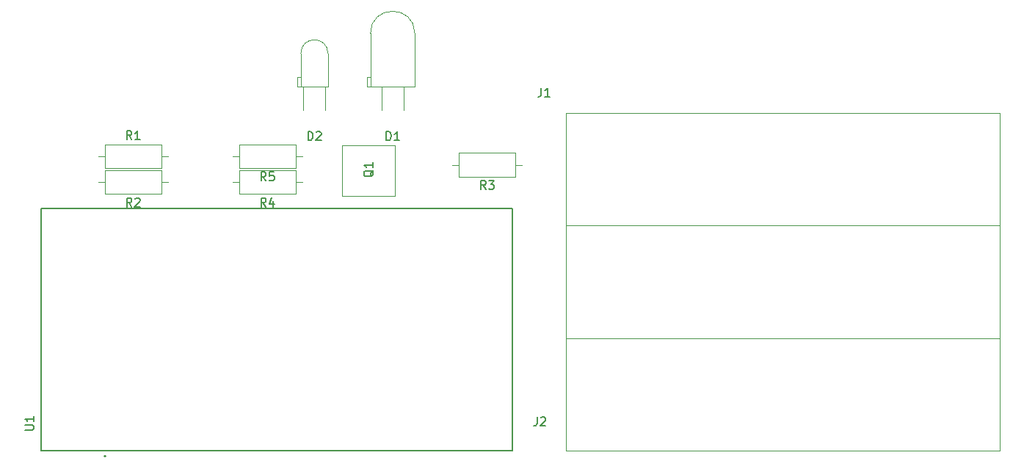
<source format=gbr>
%TF.GenerationSoftware,KiCad,Pcbnew,7.0.8*%
%TF.CreationDate,2024-04-25T10:28:09-06:00*%
%TF.ProjectId,ProtoBadge,50726f74-6f42-4616-9467-652e6b696361,rev?*%
%TF.SameCoordinates,Original*%
%TF.FileFunction,Legend,Top*%
%TF.FilePolarity,Positive*%
%FSLAX46Y46*%
G04 Gerber Fmt 4.6, Leading zero omitted, Abs format (unit mm)*
G04 Created by KiCad (PCBNEW 7.0.8) date 2024-04-25 10:28:09*
%MOMM*%
%LPD*%
G01*
G04 APERTURE LIST*
%ADD10C,0.100000*%
%ADD11C,0.150000*%
%ADD12C,0.120000*%
%ADD13C,0.127000*%
%ADD14C,0.200000*%
G04 APERTURE END LIST*
D10*
X107000000Y-93000000D02*
X157000000Y-93000000D01*
X157000000Y-106000000D01*
X107000000Y-106000000D01*
X107000000Y-93000000D01*
X107000000Y-106000000D02*
X157000000Y-106000000D01*
X157000000Y-119000000D01*
X107000000Y-119000000D01*
X107000000Y-106000000D01*
X107000000Y-119000000D02*
X157000000Y-119000000D01*
X157000000Y-132000000D01*
X107000000Y-132000000D01*
X107000000Y-119000000D01*
D11*
X103666666Y-128104819D02*
X103666666Y-128819104D01*
X103666666Y-128819104D02*
X103619047Y-128961961D01*
X103619047Y-128961961D02*
X103523809Y-129057200D01*
X103523809Y-129057200D02*
X103380952Y-129104819D01*
X103380952Y-129104819D02*
X103285714Y-129104819D01*
X104095238Y-128200057D02*
X104142857Y-128152438D01*
X104142857Y-128152438D02*
X104238095Y-128104819D01*
X104238095Y-128104819D02*
X104476190Y-128104819D01*
X104476190Y-128104819D02*
X104571428Y-128152438D01*
X104571428Y-128152438D02*
X104619047Y-128200057D01*
X104619047Y-128200057D02*
X104666666Y-128295295D01*
X104666666Y-128295295D02*
X104666666Y-128390533D01*
X104666666Y-128390533D02*
X104619047Y-128533390D01*
X104619047Y-128533390D02*
X104047619Y-129104819D01*
X104047619Y-129104819D02*
X104666666Y-129104819D01*
X104137185Y-90124510D02*
X104137185Y-90838795D01*
X104137185Y-90838795D02*
X104089566Y-90981652D01*
X104089566Y-90981652D02*
X103994328Y-91076891D01*
X103994328Y-91076891D02*
X103851471Y-91124510D01*
X103851471Y-91124510D02*
X103756233Y-91124510D01*
X105137185Y-91124510D02*
X104565757Y-91124510D01*
X104851471Y-91124510D02*
X104851471Y-90124510D01*
X104851471Y-90124510D02*
X104756233Y-90267367D01*
X104756233Y-90267367D02*
X104660995Y-90362605D01*
X104660995Y-90362605D02*
X104565757Y-90410224D01*
X86266905Y-96164819D02*
X86266905Y-95164819D01*
X86266905Y-95164819D02*
X86505000Y-95164819D01*
X86505000Y-95164819D02*
X86647857Y-95212438D01*
X86647857Y-95212438D02*
X86743095Y-95307676D01*
X86743095Y-95307676D02*
X86790714Y-95402914D01*
X86790714Y-95402914D02*
X86838333Y-95593390D01*
X86838333Y-95593390D02*
X86838333Y-95736247D01*
X86838333Y-95736247D02*
X86790714Y-95926723D01*
X86790714Y-95926723D02*
X86743095Y-96021961D01*
X86743095Y-96021961D02*
X86647857Y-96117200D01*
X86647857Y-96117200D02*
X86505000Y-96164819D01*
X86505000Y-96164819D02*
X86266905Y-96164819D01*
X87790714Y-96164819D02*
X87219286Y-96164819D01*
X87505000Y-96164819D02*
X87505000Y-95164819D01*
X87505000Y-95164819D02*
X87409762Y-95307676D01*
X87409762Y-95307676D02*
X87314524Y-95402914D01*
X87314524Y-95402914D02*
X87219286Y-95450533D01*
X84790359Y-99631930D02*
X84742740Y-99727168D01*
X84742740Y-99727168D02*
X84647502Y-99822406D01*
X84647502Y-99822406D02*
X84504644Y-99965263D01*
X84504644Y-99965263D02*
X84457025Y-100060501D01*
X84457025Y-100060501D02*
X84457025Y-100155739D01*
X84695121Y-100108120D02*
X84647502Y-100203358D01*
X84647502Y-100203358D02*
X84552263Y-100298596D01*
X84552263Y-100298596D02*
X84361787Y-100346215D01*
X84361787Y-100346215D02*
X84028454Y-100346215D01*
X84028454Y-100346215D02*
X83837978Y-100298596D01*
X83837978Y-100298596D02*
X83742740Y-100203358D01*
X83742740Y-100203358D02*
X83695121Y-100108120D01*
X83695121Y-100108120D02*
X83695121Y-99917644D01*
X83695121Y-99917644D02*
X83742740Y-99822406D01*
X83742740Y-99822406D02*
X83837978Y-99727168D01*
X83837978Y-99727168D02*
X84028454Y-99679549D01*
X84028454Y-99679549D02*
X84361787Y-99679549D01*
X84361787Y-99679549D02*
X84552263Y-99727168D01*
X84552263Y-99727168D02*
X84647502Y-99822406D01*
X84647502Y-99822406D02*
X84695121Y-99917644D01*
X84695121Y-99917644D02*
X84695121Y-100108120D01*
X84695121Y-98727168D02*
X84695121Y-99298596D01*
X84695121Y-99012882D02*
X83695121Y-99012882D01*
X83695121Y-99012882D02*
X83837978Y-99108120D01*
X83837978Y-99108120D02*
X83933216Y-99203358D01*
X83933216Y-99203358D02*
X83980835Y-99298596D01*
X44608567Y-129591373D02*
X45418403Y-129591373D01*
X45418403Y-129591373D02*
X45513678Y-129543736D01*
X45513678Y-129543736D02*
X45561316Y-129496099D01*
X45561316Y-129496099D02*
X45608953Y-129400824D01*
X45608953Y-129400824D02*
X45608953Y-129210274D01*
X45608953Y-129210274D02*
X45561316Y-129114999D01*
X45561316Y-129114999D02*
X45513678Y-129067362D01*
X45513678Y-129067362D02*
X45418403Y-129019724D01*
X45418403Y-129019724D02*
X44608567Y-129019724D01*
X45608953Y-128019339D02*
X45608953Y-128590988D01*
X45608953Y-128305163D02*
X44608567Y-128305163D01*
X44608567Y-128305163D02*
X44751479Y-128400438D01*
X44751479Y-128400438D02*
X44846754Y-128495713D01*
X44846754Y-128495713D02*
X44894392Y-128590988D01*
X72395728Y-100836154D02*
X72062395Y-100359963D01*
X71824300Y-100836154D02*
X71824300Y-99836154D01*
X71824300Y-99836154D02*
X72205252Y-99836154D01*
X72205252Y-99836154D02*
X72300490Y-99883773D01*
X72300490Y-99883773D02*
X72348109Y-99931392D01*
X72348109Y-99931392D02*
X72395728Y-100026630D01*
X72395728Y-100026630D02*
X72395728Y-100169487D01*
X72395728Y-100169487D02*
X72348109Y-100264725D01*
X72348109Y-100264725D02*
X72300490Y-100312344D01*
X72300490Y-100312344D02*
X72205252Y-100359963D01*
X72205252Y-100359963D02*
X71824300Y-100359963D01*
X73300490Y-99836154D02*
X72824300Y-99836154D01*
X72824300Y-99836154D02*
X72776681Y-100312344D01*
X72776681Y-100312344D02*
X72824300Y-100264725D01*
X72824300Y-100264725D02*
X72919538Y-100217106D01*
X72919538Y-100217106D02*
X73157633Y-100217106D01*
X73157633Y-100217106D02*
X73252871Y-100264725D01*
X73252871Y-100264725D02*
X73300490Y-100312344D01*
X73300490Y-100312344D02*
X73348109Y-100407582D01*
X73348109Y-100407582D02*
X73348109Y-100645677D01*
X73348109Y-100645677D02*
X73300490Y-100740915D01*
X73300490Y-100740915D02*
X73252871Y-100788535D01*
X73252871Y-100788535D02*
X73157633Y-100836154D01*
X73157633Y-100836154D02*
X72919538Y-100836154D01*
X72919538Y-100836154D02*
X72824300Y-100788535D01*
X72824300Y-100788535D02*
X72776681Y-100740915D01*
X72395728Y-103836154D02*
X72062395Y-103359963D01*
X71824300Y-103836154D02*
X71824300Y-102836154D01*
X71824300Y-102836154D02*
X72205252Y-102836154D01*
X72205252Y-102836154D02*
X72300490Y-102883773D01*
X72300490Y-102883773D02*
X72348109Y-102931392D01*
X72348109Y-102931392D02*
X72395728Y-103026630D01*
X72395728Y-103026630D02*
X72395728Y-103169487D01*
X72395728Y-103169487D02*
X72348109Y-103264725D01*
X72348109Y-103264725D02*
X72300490Y-103312344D01*
X72300490Y-103312344D02*
X72205252Y-103359963D01*
X72205252Y-103359963D02*
X71824300Y-103359963D01*
X73252871Y-103169487D02*
X73252871Y-103836154D01*
X73014776Y-102788535D02*
X72776681Y-103502820D01*
X72776681Y-103502820D02*
X73395728Y-103502820D01*
X97753333Y-101824819D02*
X97420000Y-101348628D01*
X97181905Y-101824819D02*
X97181905Y-100824819D01*
X97181905Y-100824819D02*
X97562857Y-100824819D01*
X97562857Y-100824819D02*
X97658095Y-100872438D01*
X97658095Y-100872438D02*
X97705714Y-100920057D01*
X97705714Y-100920057D02*
X97753333Y-101015295D01*
X97753333Y-101015295D02*
X97753333Y-101158152D01*
X97753333Y-101158152D02*
X97705714Y-101253390D01*
X97705714Y-101253390D02*
X97658095Y-101301009D01*
X97658095Y-101301009D02*
X97562857Y-101348628D01*
X97562857Y-101348628D02*
X97181905Y-101348628D01*
X98086667Y-100824819D02*
X98705714Y-100824819D01*
X98705714Y-100824819D02*
X98372381Y-101205771D01*
X98372381Y-101205771D02*
X98515238Y-101205771D01*
X98515238Y-101205771D02*
X98610476Y-101253390D01*
X98610476Y-101253390D02*
X98658095Y-101301009D01*
X98658095Y-101301009D02*
X98705714Y-101396247D01*
X98705714Y-101396247D02*
X98705714Y-101634342D01*
X98705714Y-101634342D02*
X98658095Y-101729580D01*
X98658095Y-101729580D02*
X98610476Y-101777200D01*
X98610476Y-101777200D02*
X98515238Y-101824819D01*
X98515238Y-101824819D02*
X98229524Y-101824819D01*
X98229524Y-101824819D02*
X98134286Y-101777200D01*
X98134286Y-101777200D02*
X98086667Y-101729580D01*
X56913333Y-103824819D02*
X56580000Y-103348628D01*
X56341905Y-103824819D02*
X56341905Y-102824819D01*
X56341905Y-102824819D02*
X56722857Y-102824819D01*
X56722857Y-102824819D02*
X56818095Y-102872438D01*
X56818095Y-102872438D02*
X56865714Y-102920057D01*
X56865714Y-102920057D02*
X56913333Y-103015295D01*
X56913333Y-103015295D02*
X56913333Y-103158152D01*
X56913333Y-103158152D02*
X56865714Y-103253390D01*
X56865714Y-103253390D02*
X56818095Y-103301009D01*
X56818095Y-103301009D02*
X56722857Y-103348628D01*
X56722857Y-103348628D02*
X56341905Y-103348628D01*
X57294286Y-102920057D02*
X57341905Y-102872438D01*
X57341905Y-102872438D02*
X57437143Y-102824819D01*
X57437143Y-102824819D02*
X57675238Y-102824819D01*
X57675238Y-102824819D02*
X57770476Y-102872438D01*
X57770476Y-102872438D02*
X57818095Y-102920057D01*
X57818095Y-102920057D02*
X57865714Y-103015295D01*
X57865714Y-103015295D02*
X57865714Y-103110533D01*
X57865714Y-103110533D02*
X57818095Y-103253390D01*
X57818095Y-103253390D02*
X57246667Y-103824819D01*
X57246667Y-103824819D02*
X57865714Y-103824819D01*
X56913333Y-96084819D02*
X56580000Y-95608628D01*
X56341905Y-96084819D02*
X56341905Y-95084819D01*
X56341905Y-95084819D02*
X56722857Y-95084819D01*
X56722857Y-95084819D02*
X56818095Y-95132438D01*
X56818095Y-95132438D02*
X56865714Y-95180057D01*
X56865714Y-95180057D02*
X56913333Y-95275295D01*
X56913333Y-95275295D02*
X56913333Y-95418152D01*
X56913333Y-95418152D02*
X56865714Y-95513390D01*
X56865714Y-95513390D02*
X56818095Y-95561009D01*
X56818095Y-95561009D02*
X56722857Y-95608628D01*
X56722857Y-95608628D02*
X56341905Y-95608628D01*
X57865714Y-96084819D02*
X57294286Y-96084819D01*
X57580000Y-96084819D02*
X57580000Y-95084819D01*
X57580000Y-95084819D02*
X57484762Y-95227676D01*
X57484762Y-95227676D02*
X57389524Y-95322914D01*
X57389524Y-95322914D02*
X57294286Y-95370533D01*
X77241905Y-96165429D02*
X77241905Y-95165429D01*
X77241905Y-95165429D02*
X77480000Y-95165429D01*
X77480000Y-95165429D02*
X77622857Y-95213048D01*
X77622857Y-95213048D02*
X77718095Y-95308286D01*
X77718095Y-95308286D02*
X77765714Y-95403524D01*
X77765714Y-95403524D02*
X77813333Y-95594000D01*
X77813333Y-95594000D02*
X77813333Y-95736857D01*
X77813333Y-95736857D02*
X77765714Y-95927333D01*
X77765714Y-95927333D02*
X77718095Y-96022571D01*
X77718095Y-96022571D02*
X77622857Y-96117810D01*
X77622857Y-96117810D02*
X77480000Y-96165429D01*
X77480000Y-96165429D02*
X77241905Y-96165429D01*
X78194286Y-95260667D02*
X78241905Y-95213048D01*
X78241905Y-95213048D02*
X78337143Y-95165429D01*
X78337143Y-95165429D02*
X78575238Y-95165429D01*
X78575238Y-95165429D02*
X78670476Y-95213048D01*
X78670476Y-95213048D02*
X78718095Y-95260667D01*
X78718095Y-95260667D02*
X78765714Y-95355905D01*
X78765714Y-95355905D02*
X78765714Y-95451143D01*
X78765714Y-95451143D02*
X78718095Y-95594000D01*
X78718095Y-95594000D02*
X78146667Y-96165429D01*
X78146667Y-96165429D02*
X78765714Y-96165429D01*
D12*
%TO.C,D1*%
X88275000Y-90000000D02*
X88275000Y-92670000D01*
X89565000Y-90000000D02*
X89565000Y-83840000D01*
X89565000Y-90000000D02*
X84445000Y-90000000D01*
X88275000Y-92670000D02*
X88275000Y-92670000D01*
X85735000Y-92670000D02*
X85735000Y-92670000D01*
X88275000Y-92670000D02*
X88275000Y-90000000D01*
X84445000Y-90000000D02*
X84445000Y-83840000D01*
X88275000Y-90000000D02*
X88275000Y-90000000D01*
X84445000Y-90000000D02*
X84045000Y-90000000D01*
X85735000Y-90000000D02*
X85735000Y-90000000D01*
X84045000Y-88880000D02*
X84445000Y-88880000D01*
X85735000Y-92670000D02*
X85735000Y-90000000D01*
X85735000Y-90000000D02*
X85735000Y-92670000D01*
X84445000Y-88880000D02*
X84445000Y-90000000D01*
X84045000Y-90000000D02*
X84045000Y-88880000D01*
X89565000Y-83840000D02*
G75*
G03*
X84445000Y-83840000I-2560000J0D01*
G01*
D10*
%TO.C,Q1*%
X81192302Y-102584692D02*
X87288302Y-102584692D01*
X87288302Y-102584692D02*
X87288302Y-96742692D01*
X87288302Y-96742692D02*
X81192302Y-96742692D01*
X81192302Y-96742692D02*
X81192302Y-102584692D01*
D13*
%TO.C,U1*%
X100850000Y-131950000D02*
X46450000Y-131950000D01*
X46450000Y-131950000D02*
X46450000Y-104050000D01*
X46450000Y-104050000D02*
X100850000Y-104050000D01*
X100850000Y-104050000D02*
X100850000Y-131950000D01*
D14*
X53940000Y-132600000D02*
G75*
G03*
X53940000Y-132600000I-100000J0D01*
G01*
D12*
%TO.C,R5*%
X69292395Y-99381335D02*
X75832395Y-99381335D01*
X75832395Y-96641335D02*
X69292395Y-96641335D01*
X69292395Y-96641335D02*
X69292395Y-99381335D01*
X75832395Y-99381335D02*
X75832395Y-96641335D01*
X76602395Y-98011335D02*
X75832395Y-98011335D01*
X68522395Y-98011335D02*
X69292395Y-98011335D01*
%TO.C,R4*%
X69292395Y-102381335D02*
X75832395Y-102381335D01*
X75832395Y-99641335D02*
X69292395Y-99641335D01*
X69292395Y-99641335D02*
X69292395Y-102381335D01*
X75832395Y-102381335D02*
X75832395Y-99641335D01*
X76602395Y-101011335D02*
X75832395Y-101011335D01*
X68522395Y-101011335D02*
X69292395Y-101011335D01*
%TO.C,R3*%
X94650000Y-100370000D02*
X101190000Y-100370000D01*
X101190000Y-97630000D02*
X94650000Y-97630000D01*
X94650000Y-97630000D02*
X94650000Y-100370000D01*
X101190000Y-100370000D02*
X101190000Y-97630000D01*
X101960000Y-99000000D02*
X101190000Y-99000000D01*
X93880000Y-99000000D02*
X94650000Y-99000000D01*
%TO.C,R2*%
X53810000Y-102370000D02*
X60350000Y-102370000D01*
X60350000Y-99630000D02*
X53810000Y-99630000D01*
X53810000Y-99630000D02*
X53810000Y-102370000D01*
X60350000Y-102370000D02*
X60350000Y-99630000D01*
X61120000Y-101000000D02*
X60350000Y-101000000D01*
X53040000Y-101000000D02*
X53810000Y-101000000D01*
%TO.C,R1*%
X60350000Y-96630000D02*
X53810000Y-96630000D01*
X53810000Y-99370000D02*
X60350000Y-99370000D01*
X60350000Y-99370000D02*
X60350000Y-96630000D01*
X53810000Y-96630000D02*
X53810000Y-99370000D01*
X53040000Y-98000000D02*
X53810000Y-98000000D01*
X61120000Y-98000000D02*
X60350000Y-98000000D01*
%TO.C,D2*%
X76710000Y-90000610D02*
X76710000Y-90000610D01*
X76710000Y-92670610D02*
X76710000Y-90000610D01*
X76020000Y-90000610D02*
X76020000Y-88880610D01*
X79250000Y-90000610D02*
X79250000Y-92670610D01*
X76420000Y-90000610D02*
X76020000Y-90000610D01*
X79540000Y-90000610D02*
X79540000Y-86140610D01*
X79540000Y-90000610D02*
X76420000Y-90000610D01*
X79250000Y-92670610D02*
X79250000Y-92670610D01*
X76710000Y-92670610D02*
X76710000Y-92670610D01*
X79250000Y-92670610D02*
X79250000Y-90000610D01*
X76020000Y-88880610D02*
X76420000Y-88880610D01*
X76710000Y-90000610D02*
X76710000Y-92670610D01*
X79250000Y-90000610D02*
X79250000Y-90000610D01*
X76420000Y-90000610D02*
X76420000Y-86140610D01*
X76420000Y-88880610D02*
X76420000Y-90000610D01*
X79540000Y-86140610D02*
G75*
G03*
X76420000Y-86140610I-1560000J0D01*
G01*
%TD*%
M02*

</source>
